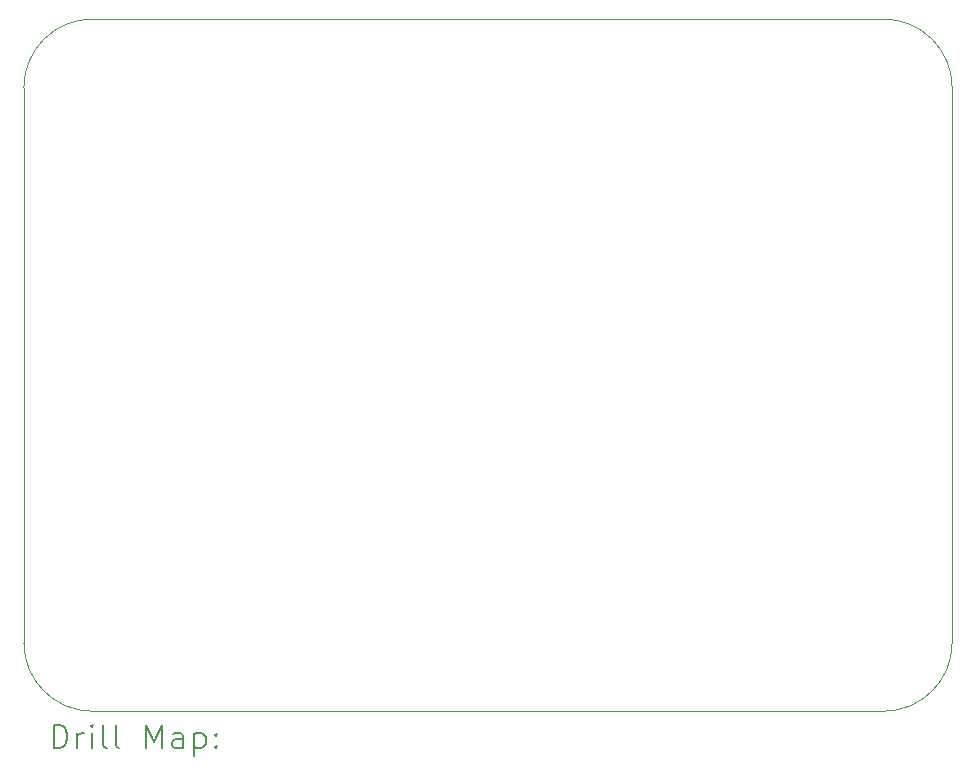
<source format=gbr>
%TF.GenerationSoftware,KiCad,Pcbnew,(6.0.10)*%
%TF.CreationDate,2023-05-01T22:11:44-04:00*%
%TF.ProjectId,MiniCopterSchematic,4d696e69-436f-4707-9465-72536368656d,v01*%
%TF.SameCoordinates,Original*%
%TF.FileFunction,Drillmap*%
%TF.FilePolarity,Positive*%
%FSLAX45Y45*%
G04 Gerber Fmt 4.5, Leading zero omitted, Abs format (unit mm)*
G04 Created by KiCad (PCBNEW (6.0.10)) date 2023-05-01 22:11:44*
%MOMM*%
%LPD*%
G01*
G04 APERTURE LIST*
%ADD10C,0.100000*%
%ADD11C,0.200000*%
G04 APERTURE END LIST*
D10*
X7880000Y-13280000D02*
X14580000Y-13280000D01*
X15160000Y-8000000D02*
G75*
G03*
X14580000Y-7420000I-580000J0D01*
G01*
X15160000Y-12700000D02*
X15160000Y-8000000D01*
X7880000Y-7420000D02*
G75*
G03*
X7300000Y-8000000I0J-580000D01*
G01*
X7300000Y-12700000D02*
G75*
G03*
X7880000Y-13280000I580000J0D01*
G01*
X7300000Y-8000000D02*
X7300000Y-12700000D01*
X14580000Y-7420000D02*
X7880000Y-7420000D01*
X14580000Y-13280000D02*
G75*
G03*
X15160000Y-12700000I0J580000D01*
G01*
D11*
X7552619Y-13595476D02*
X7552619Y-13395476D01*
X7600238Y-13395476D01*
X7628809Y-13405000D01*
X7647857Y-13424048D01*
X7657381Y-13443095D01*
X7666905Y-13481190D01*
X7666905Y-13509762D01*
X7657381Y-13547857D01*
X7647857Y-13566905D01*
X7628809Y-13585952D01*
X7600238Y-13595476D01*
X7552619Y-13595476D01*
X7752619Y-13595476D02*
X7752619Y-13462143D01*
X7752619Y-13500238D02*
X7762143Y-13481190D01*
X7771667Y-13471667D01*
X7790714Y-13462143D01*
X7809762Y-13462143D01*
X7876428Y-13595476D02*
X7876428Y-13462143D01*
X7876428Y-13395476D02*
X7866905Y-13405000D01*
X7876428Y-13414524D01*
X7885952Y-13405000D01*
X7876428Y-13395476D01*
X7876428Y-13414524D01*
X8000238Y-13595476D02*
X7981190Y-13585952D01*
X7971667Y-13566905D01*
X7971667Y-13395476D01*
X8105000Y-13595476D02*
X8085952Y-13585952D01*
X8076428Y-13566905D01*
X8076428Y-13395476D01*
X8333571Y-13595476D02*
X8333571Y-13395476D01*
X8400238Y-13538333D01*
X8466905Y-13395476D01*
X8466905Y-13595476D01*
X8647857Y-13595476D02*
X8647857Y-13490714D01*
X8638333Y-13471667D01*
X8619286Y-13462143D01*
X8581190Y-13462143D01*
X8562143Y-13471667D01*
X8647857Y-13585952D02*
X8628810Y-13595476D01*
X8581190Y-13595476D01*
X8562143Y-13585952D01*
X8552619Y-13566905D01*
X8552619Y-13547857D01*
X8562143Y-13528809D01*
X8581190Y-13519286D01*
X8628810Y-13519286D01*
X8647857Y-13509762D01*
X8743095Y-13462143D02*
X8743095Y-13662143D01*
X8743095Y-13471667D02*
X8762143Y-13462143D01*
X8800238Y-13462143D01*
X8819286Y-13471667D01*
X8828810Y-13481190D01*
X8838333Y-13500238D01*
X8838333Y-13557381D01*
X8828810Y-13576428D01*
X8819286Y-13585952D01*
X8800238Y-13595476D01*
X8762143Y-13595476D01*
X8743095Y-13585952D01*
X8924048Y-13576428D02*
X8933571Y-13585952D01*
X8924048Y-13595476D01*
X8914524Y-13585952D01*
X8924048Y-13576428D01*
X8924048Y-13595476D01*
X8924048Y-13471667D02*
X8933571Y-13481190D01*
X8924048Y-13490714D01*
X8914524Y-13481190D01*
X8924048Y-13471667D01*
X8924048Y-13490714D01*
M02*

</source>
